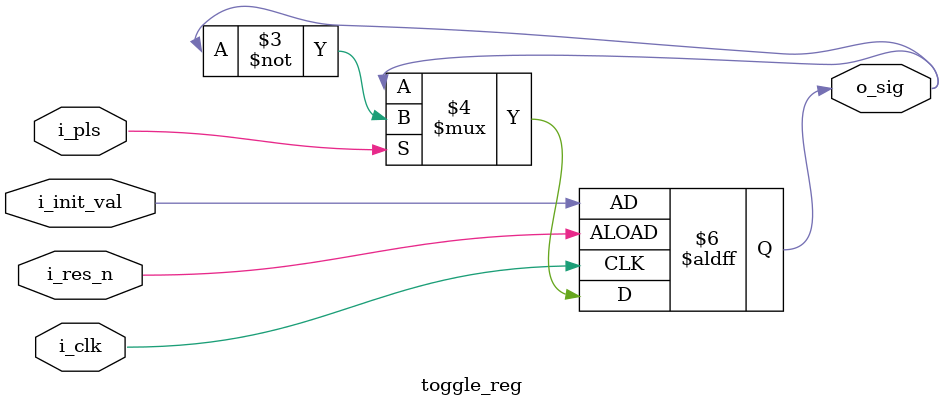
<source format=v>
/********************************************************
* Title    : Toggle register
* Date     : 2021/02/21
* Design   : kingyo
********************************************************/
module toggle_reg (
    input   wire    i_clk,
    input   wire    i_res_n,
    input   wire    i_init_val,
    input   wire    i_pls,
    output  reg     o_sig
);

    always @(posedge i_clk or negedge i_res_n) begin
        if (~i_res_n) begin
            o_sig <= i_init_val;
        end else if (i_pls) begin
            o_sig <= ~o_sig;
        end
    end

endmodule

</source>
